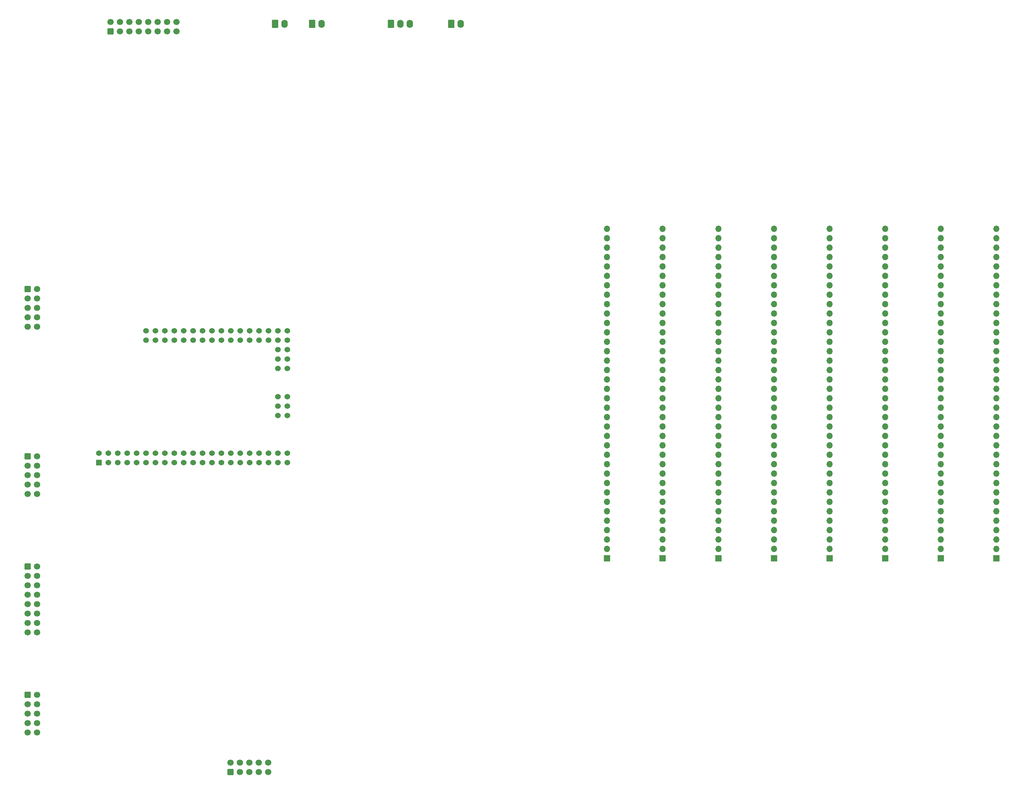
<source format=gbr>
%TF.GenerationSoftware,KiCad,Pcbnew,7.0.10-7.0.10~ubuntu22.04.1*%
%TF.CreationDate,2024-01-14T12:30:21+01:00*%
%TF.ProjectId,polykit-x-mainboard,706f6c79-6b69-4742-9d78-2d6d61696e62,v0.0.2*%
%TF.SameCoordinates,Original*%
%TF.FileFunction,Soldermask,Bot*%
%TF.FilePolarity,Negative*%
%FSLAX46Y46*%
G04 Gerber Fmt 4.6, Leading zero omitted, Abs format (unit mm)*
G04 Created by KiCad (PCBNEW 7.0.10-7.0.10~ubuntu22.04.1) date 2024-01-14 12:30:21*
%MOMM*%
%LPD*%
G01*
G04 APERTURE LIST*
G04 Aperture macros list*
%AMRoundRect*
0 Rectangle with rounded corners*
0 $1 Rounding radius*
0 $2 $3 $4 $5 $6 $7 $8 $9 X,Y pos of 4 corners*
0 Add a 4 corners polygon primitive as box body*
4,1,4,$2,$3,$4,$5,$6,$7,$8,$9,$2,$3,0*
0 Add four circle primitives for the rounded corners*
1,1,$1+$1,$2,$3*
1,1,$1+$1,$4,$5*
1,1,$1+$1,$6,$7*
1,1,$1+$1,$8,$9*
0 Add four rect primitives between the rounded corners*
20,1,$1+$1,$2,$3,$4,$5,0*
20,1,$1+$1,$4,$5,$6,$7,0*
20,1,$1+$1,$6,$7,$8,$9,0*
20,1,$1+$1,$8,$9,$2,$3,0*%
G04 Aperture macros list end*
%ADD10R,1.700000X1.700000*%
%ADD11O,1.700000X1.700000*%
%ADD12RoundRect,0.250000X-0.600000X-0.600000X0.600000X-0.600000X0.600000X0.600000X-0.600000X0.600000X0*%
%ADD13C,1.700000*%
%ADD14RoundRect,0.250000X-0.620000X-0.845000X0.620000X-0.845000X0.620000X0.845000X-0.620000X0.845000X0*%
%ADD15O,1.740000X2.190000*%
%ADD16R,1.524000X1.524000*%
%ADD17C,1.524000*%
%ADD18RoundRect,0.250000X0.600000X-0.600000X0.600000X0.600000X-0.600000X0.600000X-0.600000X-0.600000X0*%
G04 APERTURE END LIST*
D10*
%TO.C,VOICE2*%
X230000000Y-175630000D03*
D11*
X230000000Y-173090000D03*
X230000000Y-170550000D03*
X230000000Y-168010000D03*
X230000000Y-165470000D03*
X230000000Y-162930000D03*
X230000000Y-160390000D03*
X230000000Y-157850000D03*
X230000000Y-155310000D03*
X230000000Y-152770000D03*
X230000000Y-150230000D03*
X230000000Y-147690000D03*
X230000000Y-145150000D03*
X230000000Y-142610000D03*
X230000000Y-140070000D03*
X230000000Y-137530000D03*
X230000000Y-134990000D03*
X230000000Y-132450000D03*
X230000000Y-129910000D03*
X230000000Y-127370000D03*
X230000000Y-124830000D03*
X230000000Y-122290000D03*
X230000000Y-119750000D03*
X230000000Y-117210000D03*
X230000000Y-114670000D03*
X230000000Y-112130000D03*
X230000000Y-109590000D03*
X230000000Y-107050000D03*
X230000000Y-104510000D03*
X230000000Y-101970000D03*
X230000000Y-99430000D03*
X230000000Y-96890000D03*
X230000000Y-94350000D03*
X230000000Y-91810000D03*
X230000000Y-89270000D03*
X230000000Y-86730000D03*
%TD*%
D12*
%TO.C,J9*%
X58747500Y-177910000D03*
D13*
X61287500Y-177910000D03*
X58747500Y-180450000D03*
X61287500Y-180450000D03*
X58747500Y-182990000D03*
X61287500Y-182990000D03*
X58747500Y-185530000D03*
X61287500Y-185530000D03*
X58747500Y-188070000D03*
X61287500Y-188070000D03*
X58747500Y-190610000D03*
X61287500Y-190610000D03*
X58747500Y-193150000D03*
X61287500Y-193150000D03*
X58747500Y-195690000D03*
X61287500Y-195690000D03*
%TD*%
D14*
%TO.C,J5*%
X172980000Y-31500000D03*
D15*
X175520000Y-31500000D03*
%TD*%
D10*
%TO.C,VOICE6*%
X290000000Y-175630000D03*
D11*
X290000000Y-173090000D03*
X290000000Y-170550000D03*
X290000000Y-168010000D03*
X290000000Y-165470000D03*
X290000000Y-162930000D03*
X290000000Y-160390000D03*
X290000000Y-157850000D03*
X290000000Y-155310000D03*
X290000000Y-152770000D03*
X290000000Y-150230000D03*
X290000000Y-147690000D03*
X290000000Y-145150000D03*
X290000000Y-142610000D03*
X290000000Y-140070000D03*
X290000000Y-137530000D03*
X290000000Y-134990000D03*
X290000000Y-132450000D03*
X290000000Y-129910000D03*
X290000000Y-127370000D03*
X290000000Y-124830000D03*
X290000000Y-122290000D03*
X290000000Y-119750000D03*
X290000000Y-117210000D03*
X290000000Y-114670000D03*
X290000000Y-112130000D03*
X290000000Y-109590000D03*
X290000000Y-107050000D03*
X290000000Y-104510000D03*
X290000000Y-101970000D03*
X290000000Y-99430000D03*
X290000000Y-96890000D03*
X290000000Y-94350000D03*
X290000000Y-91810000D03*
X290000000Y-89270000D03*
X290000000Y-86730000D03*
%TD*%
D12*
%TO.C,J8*%
X58747500Y-148130000D03*
D13*
X61287500Y-148130000D03*
X58747500Y-150670000D03*
X61287500Y-150670000D03*
X58747500Y-153210000D03*
X61287500Y-153210000D03*
X58747500Y-155750000D03*
X61287500Y-155750000D03*
X58747500Y-158290000D03*
X61287500Y-158290000D03*
%TD*%
D16*
%TO.C,U1*%
X78000000Y-149880000D03*
D17*
X78000000Y-147340000D03*
X80540000Y-149880000D03*
X80540000Y-147340000D03*
X83080000Y-149880000D03*
X83080000Y-147340000D03*
X85620000Y-149880000D03*
X85620000Y-147340000D03*
X88160000Y-149880000D03*
X88160000Y-147340000D03*
X90700000Y-149880000D03*
X90700000Y-147340000D03*
X93240000Y-149880000D03*
X93240000Y-147340000D03*
X95780000Y-149880000D03*
X95780000Y-147340000D03*
X98320000Y-149880000D03*
X98320000Y-147340000D03*
X100860000Y-149880000D03*
X100860000Y-147340000D03*
X103400000Y-149880000D03*
X103400000Y-147340000D03*
X105940000Y-149880000D03*
X105940000Y-147340000D03*
X108480000Y-149880000D03*
X108480000Y-147340000D03*
X111020000Y-149880000D03*
X111020000Y-147340000D03*
X113560000Y-149880000D03*
X113560000Y-147340000D03*
X116100000Y-149880000D03*
X116100000Y-147340000D03*
X118640000Y-149880000D03*
X118640000Y-147340000D03*
X121180000Y-149880000D03*
X121180000Y-147340000D03*
X123720000Y-149880000D03*
X123720000Y-147340000D03*
X126260000Y-149880000D03*
X126260000Y-147340000D03*
X128800000Y-149880000D03*
X128800000Y-147340000D03*
X90700000Y-116860000D03*
X90700000Y-114320000D03*
X93240000Y-116860000D03*
X93240000Y-114320000D03*
X95780000Y-116860000D03*
X95780000Y-114320000D03*
X98320000Y-116860000D03*
X98320000Y-114320000D03*
X100860000Y-116860000D03*
X100860000Y-114320000D03*
X103400000Y-116860000D03*
X103400000Y-114320000D03*
X105940000Y-116860000D03*
X105940000Y-114320000D03*
X108480000Y-116860000D03*
X108480000Y-114320000D03*
X111020000Y-116860000D03*
X111020000Y-114320000D03*
X113560000Y-116860000D03*
X113560000Y-114320000D03*
X116100000Y-116860000D03*
X116100000Y-114320000D03*
X118640000Y-116860000D03*
X118640000Y-114320000D03*
X121180000Y-116860000D03*
X121180000Y-114320000D03*
X123720000Y-116860000D03*
X123720000Y-114320000D03*
X126260000Y-116860000D03*
X126260000Y-114320000D03*
X128800000Y-116860000D03*
X128800000Y-114320000D03*
X126260000Y-119400000D03*
X128800000Y-119400000D03*
X126260000Y-121940000D03*
X128800000Y-121940000D03*
X126260000Y-124480000D03*
X128800000Y-124480000D03*
X126260000Y-132100000D03*
X128800000Y-132100000D03*
X126260000Y-134640000D03*
X128800000Y-134640000D03*
X126260000Y-137180000D03*
X128800000Y-137180000D03*
%TD*%
D12*
%TO.C,J7*%
X58747500Y-103020000D03*
D13*
X61287500Y-103020000D03*
X58747500Y-105560000D03*
X61287500Y-105560000D03*
X58747500Y-108100000D03*
X61287500Y-108100000D03*
X58747500Y-110640000D03*
X61287500Y-110640000D03*
X58747500Y-113180000D03*
X61287500Y-113180000D03*
%TD*%
D14*
%TO.C,J4*%
X125460000Y-31500000D03*
D15*
X128000000Y-31500000D03*
%TD*%
D18*
%TO.C,J1*%
X81110000Y-33485000D03*
D13*
X81110000Y-30945000D03*
X83650000Y-33485000D03*
X83650000Y-30945000D03*
X86190000Y-33485000D03*
X86190000Y-30945000D03*
X88730000Y-33485000D03*
X88730000Y-30945000D03*
X91270000Y-33485000D03*
X91270000Y-30945000D03*
X93810000Y-33485000D03*
X93810000Y-30945000D03*
X96350000Y-33485000D03*
X96350000Y-30945000D03*
X98890000Y-33485000D03*
X98890000Y-30945000D03*
%TD*%
D14*
%TO.C,J2*%
X156750000Y-31500000D03*
D15*
X159290000Y-31500000D03*
X161830000Y-31500000D03*
%TD*%
D18*
%TO.C,J6*%
X113500000Y-233300000D03*
D13*
X113500000Y-230760000D03*
X116040000Y-233300000D03*
X116040000Y-230760000D03*
X118580000Y-233300000D03*
X118580000Y-230760000D03*
X121120000Y-233300000D03*
X121120000Y-230760000D03*
X123660000Y-233300000D03*
X123660000Y-230760000D03*
%TD*%
D10*
%TO.C,VOICE3*%
X245000000Y-175630000D03*
D11*
X245000000Y-173090000D03*
X245000000Y-170550000D03*
X245000000Y-168010000D03*
X245000000Y-165470000D03*
X245000000Y-162930000D03*
X245000000Y-160390000D03*
X245000000Y-157850000D03*
X245000000Y-155310000D03*
X245000000Y-152770000D03*
X245000000Y-150230000D03*
X245000000Y-147690000D03*
X245000000Y-145150000D03*
X245000000Y-142610000D03*
X245000000Y-140070000D03*
X245000000Y-137530000D03*
X245000000Y-134990000D03*
X245000000Y-132450000D03*
X245000000Y-129910000D03*
X245000000Y-127370000D03*
X245000000Y-124830000D03*
X245000000Y-122290000D03*
X245000000Y-119750000D03*
X245000000Y-117210000D03*
X245000000Y-114670000D03*
X245000000Y-112130000D03*
X245000000Y-109590000D03*
X245000000Y-107050000D03*
X245000000Y-104510000D03*
X245000000Y-101970000D03*
X245000000Y-99430000D03*
X245000000Y-96890000D03*
X245000000Y-94350000D03*
X245000000Y-91810000D03*
X245000000Y-89270000D03*
X245000000Y-86730000D03*
%TD*%
D14*
%TO.C,J3*%
X135480000Y-31500000D03*
D15*
X138020000Y-31500000D03*
%TD*%
D10*
%TO.C,VOICE5*%
X275000000Y-175630000D03*
D11*
X275000000Y-173090000D03*
X275000000Y-170550000D03*
X275000000Y-168010000D03*
X275000000Y-165470000D03*
X275000000Y-162930000D03*
X275000000Y-160390000D03*
X275000000Y-157850000D03*
X275000000Y-155310000D03*
X275000000Y-152770000D03*
X275000000Y-150230000D03*
X275000000Y-147690000D03*
X275000000Y-145150000D03*
X275000000Y-142610000D03*
X275000000Y-140070000D03*
X275000000Y-137530000D03*
X275000000Y-134990000D03*
X275000000Y-132450000D03*
X275000000Y-129910000D03*
X275000000Y-127370000D03*
X275000000Y-124830000D03*
X275000000Y-122290000D03*
X275000000Y-119750000D03*
X275000000Y-117210000D03*
X275000000Y-114670000D03*
X275000000Y-112130000D03*
X275000000Y-109590000D03*
X275000000Y-107050000D03*
X275000000Y-104510000D03*
X275000000Y-101970000D03*
X275000000Y-99430000D03*
X275000000Y-96890000D03*
X275000000Y-94350000D03*
X275000000Y-91810000D03*
X275000000Y-89270000D03*
X275000000Y-86730000D03*
%TD*%
D10*
%TO.C,VOICE8*%
X320000000Y-175630000D03*
D11*
X320000000Y-173090000D03*
X320000000Y-170550000D03*
X320000000Y-168010000D03*
X320000000Y-165470000D03*
X320000000Y-162930000D03*
X320000000Y-160390000D03*
X320000000Y-157850000D03*
X320000000Y-155310000D03*
X320000000Y-152770000D03*
X320000000Y-150230000D03*
X320000000Y-147690000D03*
X320000000Y-145150000D03*
X320000000Y-142610000D03*
X320000000Y-140070000D03*
X320000000Y-137530000D03*
X320000000Y-134990000D03*
X320000000Y-132450000D03*
X320000000Y-129910000D03*
X320000000Y-127370000D03*
X320000000Y-124830000D03*
X320000000Y-122290000D03*
X320000000Y-119750000D03*
X320000000Y-117210000D03*
X320000000Y-114670000D03*
X320000000Y-112130000D03*
X320000000Y-109590000D03*
X320000000Y-107050000D03*
X320000000Y-104510000D03*
X320000000Y-101970000D03*
X320000000Y-99430000D03*
X320000000Y-96890000D03*
X320000000Y-94350000D03*
X320000000Y-91810000D03*
X320000000Y-89270000D03*
X320000000Y-86730000D03*
%TD*%
D12*
%TO.C,J10*%
X58747500Y-212520000D03*
D13*
X61287500Y-212520000D03*
X58747500Y-215060000D03*
X61287500Y-215060000D03*
X58747500Y-217600000D03*
X61287500Y-217600000D03*
X58747500Y-220140000D03*
X61287500Y-220140000D03*
X58747500Y-222680000D03*
X61287500Y-222680000D03*
%TD*%
D10*
%TO.C,VOICE4*%
X260000000Y-175630000D03*
D11*
X260000000Y-173090000D03*
X260000000Y-170550000D03*
X260000000Y-168010000D03*
X260000000Y-165470000D03*
X260000000Y-162930000D03*
X260000000Y-160390000D03*
X260000000Y-157850000D03*
X260000000Y-155310000D03*
X260000000Y-152770000D03*
X260000000Y-150230000D03*
X260000000Y-147690000D03*
X260000000Y-145150000D03*
X260000000Y-142610000D03*
X260000000Y-140070000D03*
X260000000Y-137530000D03*
X260000000Y-134990000D03*
X260000000Y-132450000D03*
X260000000Y-129910000D03*
X260000000Y-127370000D03*
X260000000Y-124830000D03*
X260000000Y-122290000D03*
X260000000Y-119750000D03*
X260000000Y-117210000D03*
X260000000Y-114670000D03*
X260000000Y-112130000D03*
X260000000Y-109590000D03*
X260000000Y-107050000D03*
X260000000Y-104510000D03*
X260000000Y-101970000D03*
X260000000Y-99430000D03*
X260000000Y-96890000D03*
X260000000Y-94350000D03*
X260000000Y-91810000D03*
X260000000Y-89270000D03*
X260000000Y-86730000D03*
%TD*%
D10*
%TO.C,VOICE1*%
X215000000Y-175630000D03*
D11*
X215000000Y-173090000D03*
X215000000Y-170550000D03*
X215000000Y-168010000D03*
X215000000Y-165470000D03*
X215000000Y-162930000D03*
X215000000Y-160390000D03*
X215000000Y-157850000D03*
X215000000Y-155310000D03*
X215000000Y-152770000D03*
X215000000Y-150230000D03*
X215000000Y-147690000D03*
X215000000Y-145150000D03*
X215000000Y-142610000D03*
X215000000Y-140070000D03*
X215000000Y-137530000D03*
X215000000Y-134990000D03*
X215000000Y-132450000D03*
X215000000Y-129910000D03*
X215000000Y-127370000D03*
X215000000Y-124830000D03*
X215000000Y-122290000D03*
X215000000Y-119750000D03*
X215000000Y-117210000D03*
X215000000Y-114670000D03*
X215000000Y-112130000D03*
X215000000Y-109590000D03*
X215000000Y-107050000D03*
X215000000Y-104510000D03*
X215000000Y-101970000D03*
X215000000Y-99430000D03*
X215000000Y-96890000D03*
X215000000Y-94350000D03*
X215000000Y-91810000D03*
X215000000Y-89270000D03*
X215000000Y-86730000D03*
%TD*%
D10*
%TO.C,VOICE7*%
X305000000Y-175630000D03*
D11*
X305000000Y-173090000D03*
X305000000Y-170550000D03*
X305000000Y-168010000D03*
X305000000Y-165470000D03*
X305000000Y-162930000D03*
X305000000Y-160390000D03*
X305000000Y-157850000D03*
X305000000Y-155310000D03*
X305000000Y-152770000D03*
X305000000Y-150230000D03*
X305000000Y-147690000D03*
X305000000Y-145150000D03*
X305000000Y-142610000D03*
X305000000Y-140070000D03*
X305000000Y-137530000D03*
X305000000Y-134990000D03*
X305000000Y-132450000D03*
X305000000Y-129910000D03*
X305000000Y-127370000D03*
X305000000Y-124830000D03*
X305000000Y-122290000D03*
X305000000Y-119750000D03*
X305000000Y-117210000D03*
X305000000Y-114670000D03*
X305000000Y-112130000D03*
X305000000Y-109590000D03*
X305000000Y-107050000D03*
X305000000Y-104510000D03*
X305000000Y-101970000D03*
X305000000Y-99430000D03*
X305000000Y-96890000D03*
X305000000Y-94350000D03*
X305000000Y-91810000D03*
X305000000Y-89270000D03*
X305000000Y-86730000D03*
%TD*%
M02*

</source>
